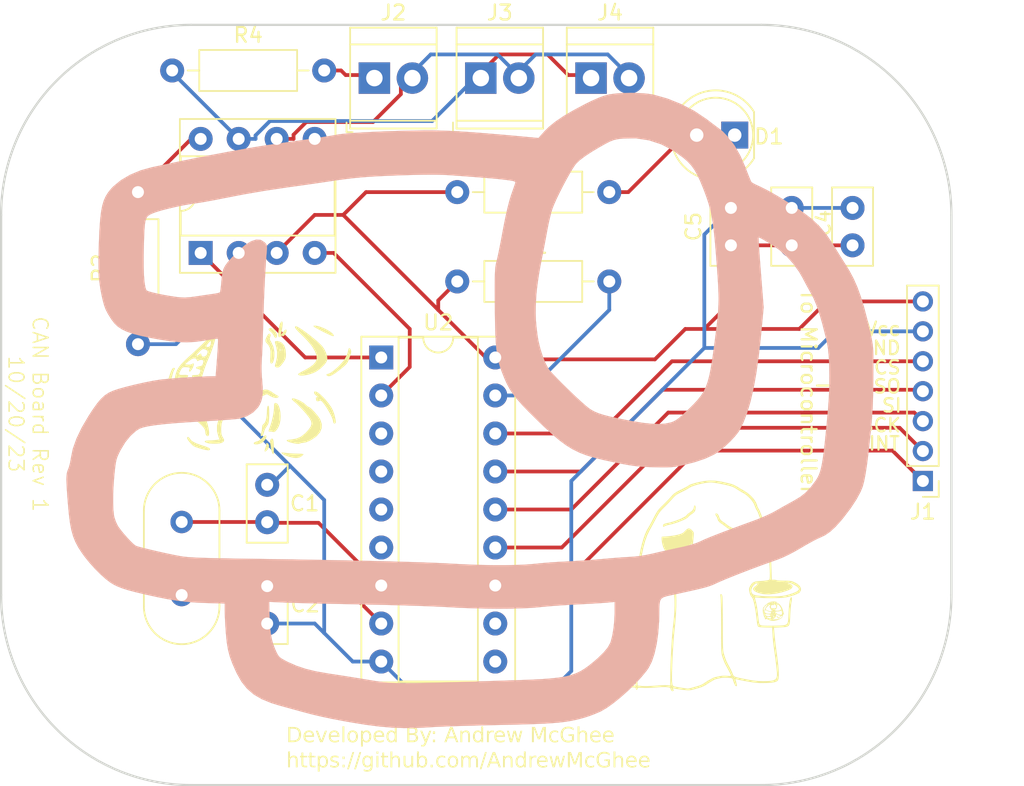
<source format=kicad_pcb>
(kicad_pcb (version 20221018) (generator pcbnew)
  (layers (0 "F.Cu" signal) (31 "B.Cu" signal) (34 "B.Paste" user) (35 "F.Paste" user) (36 "B.SilkS" user "B.Silkscreen") (37 "F.SilkS" user "F.Silkscreen") (38 "B.Mask" user) (39 "F.Mask" user) (44 "Edge.Cuts" user))
  (net 0 "")
  (net 1 "Net-(U2-OSC2)")
  (net 2 "Net-(U2-OSC1)")
  (net 3 "Net-(D1-A)")
  (net 4 "Net-(J1-Pin_5)")
  (net 5 "Net-(J1-Pin_4)")
  (net 6 "Net-(J1-Pin_3)")
  (net 7 "Net-(J1-Pin_2)")
  (net 8 "Net-(J1-Pin_1)")
  (net 9 "Net-(J2-Pin_1)")
  (net 10 "Net-(U2-*RESET)")
  (net 11 "Earth")
  (net 12 "Net-(U1-Rs)")
  (net 13 "Net-(U1-RXD)")
  (net 15 "CANH")
  (net 16 "CANL")
  (net 17 "VCC")
  (net 18 "Net-(U1-TXD)")
  (footprint "Package_DIP:DIP-8_W7.62mm_Socket" (layer "F.Cu") (at 89.535 53.34 90)
    (fp_text reference "U1" (at 3.81 -2.33 90) (layer "F.SilkS"))
    (fp_text value "MCP2551-I-P")
    (pad "1" thru_hole rect (at 0 0 90) (size 1.6 1.6) (drill 0.8) (layers "*.Cu" "*.Mask") (net 18 "Net-(U1-TXD)"))
    (pad "2" thru_hole oval (at 0 2.54 90) (size 1.6 1.6) (drill 0.8) (layers "*.Cu" "*.Mask") (net 11 "Earth"))
    (pad "3" thru_hole oval (at 0 5.08 90) (size 1.6 1.6) (drill 0.8) (layers "*.Cu" "*.Mask") (net 17 "VCC"))
    (pad "4" thru_hole oval (at 0 7.62 90) (size 1.6 1.6) (drill 0.8) (layers "*.Cu" "*.Mask") (net 13 "Net-(U1-RXD)"))
    (pad "5" thru_hole oval (at 7.62 7.62 90) (size 1.6 1.6) (drill 0.8) (layers "*.Cu" "*.Mask"))
    (pad "6" thru_hole oval (at 7.62 5.08 90) (size 1.6 1.6) (drill 0.8) (layers "*.Cu" "*.Mask") (net 16 "CANL"))
    (pad "7" thru_hole oval (at 7.62 2.54 90) (size 1.6 1.6) (drill 0.8) (layers "*.Cu" "*.Mask") (net 15 "CANH"))
    (pad "8" thru_hole oval (at 7.62 0 90) (size 1.6 1.6) (drill 0.8) (layers "*.Cu" "*.Mask") (net 12 "Net-(U1-Rs)"))
  )
  (footprint "Package_DIP:DIP-18_W7.62mm_Socket" (layer "F.Cu") (at 101.6 60.325)
    (fp_text reference "U2" (at 3.81 -2.33) (layer "F.SilkS"))
    (fp_text value "MCP2515-I_P")
    (pad "1" thru_hole rect (at 0 0) (size 1.6 1.6) (drill 0.8) (layers "*.Cu" "*.Mask") (net 18 "Net-(U1-TXD)"))
    (pad "2" thru_hole oval (at 0 2.54) (size 1.6 1.6) (drill 0.8) (layers "*.Cu" "*.Mask") (net 13 "Net-(U1-RXD)"))
    (pad "3" thru_hole oval (at 0 5.08) (size 1.6 1.6) (drill 0.8) (layers "*.Cu" "*.Mask"))
    (pad "4" thru_hole oval (at 0 7.62) (size 1.6 1.6) (drill 0.8) (layers "*.Cu" "*.Mask"))
    (pad "5" thru_hole oval (at 0 10.16) (size 1.6 1.6) (drill 0.8) (layers "*.Cu" "*.Mask"))
    (pad "6" thru_hole oval (at 0 12.7) (size 1.6 1.6) (drill 0.8) (layers "*.Cu" "*.Mask"))
    (pad "7" thru_hole oval (at 0 15.24) (size 1.6 1.6) (drill 0.8) (layers "*.Cu" "*.Mask") (net 1 "Net-(U2-OSC2)"))
    (pad "8" thru_hole oval (at 0 17.78) (size 1.6 1.6) (drill 0.8) (layers "*.Cu" "*.Mask") (net 2 "Net-(U2-OSC1)"))
    (pad "9" thru_hole oval (at 0 20.32) (size 1.6 1.6) (drill 0.8) (layers "*.Cu" "*.Mask") (net 11 "Earth"))
    (pad "10" thru_hole oval (at 7.62 20.32) (size 1.6 1.6) (drill 0.8) (layers "*.Cu" "*.Mask"))
    (pad "11" thru_hole oval (at 7.62 17.78) (size 1.6 1.6) (drill 0.8) (layers "*.Cu" "*.Mask"))
    (pad "12" thru_hole oval (at 7.62 15.24) (size 1.6 1.6) (drill 0.8) (layers "*.Cu" "*.Mask") (net 8 "Net-(J1-Pin_1)"))
    (pad "13" thru_hole oval (at 7.62 12.7) (size 1.6 1.6) (drill 0.8) (layers "*.Cu" "*.Mask") (net 7 "Net-(J1-Pin_2)"))
    (pad "14" thru_hole oval (at 7.62 10.16) (size 1.6 1.6) (drill 0.8) (layers "*.Cu" "*.Mask") (net 6 "Net-(J1-Pin_3)"))
    (pad "15" thru_hole oval (at 7.62 7.62) (size 1.6 1.6) (drill 0.8) (layers "*.Cu" "*.Mask") (net 5 "Net-(J1-Pin_4)"))
    (pad "16" thru_hole oval (at 7.62 5.08) (size 1.6 1.6) (drill 0.8) (layers "*.Cu" "*.Mask") (net 4 "Net-(J1-Pin_5)"))
    (pad "17" thru_hole oval (at 7.62 2.54) (size 1.6 1.6) (drill 0.8) (layers "*.Cu" "*.Mask") (net 10 "Net-(U2-*RESET)"))
    (pad "18" thru_hole oval (at 7.62 0) (size 1.6 1.6) (drill 0.8) (layers "*.Cu" "*.Mask") (net 17 "VCC"))
  )
  (footprint "Crystal:Crystal_HC49-4H_Vertical" (layer "F.Cu") (at 88.265 76.2 90)
    (fp_text reference "Y1" (at 2.44 -3.525) (layer "F.SilkS"))
    (fp_text value "8Mhz")
    (pad "1" thru_hole circle (at 0 0 90) (size 1.5 1.5) (drill 0.8) (layers "*.Cu" "*.Mask") (net 2 "Net-(U2-OSC1)"))
    (pad "2" thru_hole circle (at 4.88 0 90) (size 1.5 1.5) (drill 0.8) (layers "*.Cu" "*.Mask") (net 1 "Net-(U2-OSC2)"))
  )
  (footprint "Capacitor_THT:C_Disc_D5.0mm_W2.5mm_P2.50mm" (layer "F.Cu") (at 93.98 68.834 -90)
    (fp_text reference "C1" (at 1.25 -2.5) (layer "F.SilkS"))
    (fp_text value "22uF")
    (pad "1" thru_hole circle (at 0 0 270) (size 1.6 1.6) (drill 0.8) (layers "*.Cu" "*.Mask") (net 11 "Earth"))
    (pad "2" thru_hole circle (at 2.5 0 270) (size 1.6 1.6) (drill 0.8) (layers "*.Cu" "*.Mask") (net 1 "Net-(U2-OSC2)"))
  )
  (footprint "Capacitor_THT:C_Disc_D5.0mm_W2.5mm_P2.50mm" (layer "F.Cu") (at 93.98 78.105 90)
    (fp_text reference "C2" (at 1.27 2.54 180) (layer "F.SilkS"))
    (fp_text value "22uF")
    (pad "1" thru_hole circle (at 0 0 90) (size 1.6 1.6) (drill 0.8) (layers "*.Cu" "*.Mask") (net 11 "Earth"))
    (pad "2" thru_hole circle (at 2.5 0 90) (size 1.6 1.6) (drill 0.8) (layers "*.Cu" "*.Mask") (net 2 "Net-(U2-OSC1)"))
  )
  (footprint "Resistor_THT:R_Axial_DIN0207_L6.3mm_D2.5mm_P10.16mm_Horizontal" (layer "F.Cu") (at 106.68 55.245)
    (fp_text reference "R1" (at 5.08 -2.37) (layer "F.SilkS"))
    (fp_text value "10k")
    (pad "1" thru_hole circle (at 0 0) (size 1.6 1.6) (drill 0.8) (layers "*.Cu" "*.Mask") (net 17 "VCC"))
    (pad "2" thru_hole oval (at 10.16 0) (size 1.6 1.6) (drill 0.8) (layers "*.Cu" "*.Mask") (net 10 "Net-(U2-*RESET)"))
  )
  (footprint "Resistor_THT:R_Axial_DIN0207_L6.3mm_D2.5mm_P10.16mm_Horizontal" (layer "F.Cu") (at 85.344 49.276 -90)
    (fp_text reference "R2" (at 5.08 2.54 90) (layer "F.SilkS"))
    (fp_text value "10k")
    (pad "1" thru_hole circle (at 0 0 270) (size 1.6 1.6) (drill 0.8) (layers "*.Cu" "*.Mask") (net 12 "Net-(U1-Rs)"))
    (pad "2" thru_hole oval (at 10.16 0 270) (size 1.6 1.6) (drill 0.8) (layers "*.Cu" "*.Mask") (net 11 "Earth"))
  )
  (footprint "Resistor_THT:R_Axial_DIN0207_L6.3mm_D2.5mm_P10.16mm_Horizontal" (layer "F.Cu") (at 116.84 49.276 180)
    (fp_text reference "R3" (at 5.08 -2.37) (layer "F.SilkS"))
    (fp_text value "500")
    (pad "1" thru_hole circle (at 0 0 180) (size 1.6 1.6) (drill 0.8) (layers "*.Cu" "*.Mask") (net 3 "Net-(D1-A)"))
    (pad "2" thru_hole oval (at 10.16 0 180) (size 1.6 1.6) (drill 0.8) (layers "*.Cu" "*.Mask") (net 17 "VCC"))
  )
  (footprint "Connector_PinHeader_2.00mm:PinHeader_1x07_P2.00mm_Vertical" (layer "F.Cu") (at 137.795 68.58 180)
    (fp_text reference "J1" (at 0 -2.06) (layer "F.SilkS"))
    (fp_text value "Conn_01x07_Male")
    (pad "1" thru_hole rect (at 0 0 180) (size 1.35 1.35) (drill 0.8) (layers "*.Cu" "*.Mask") (net 8 "Net-(J1-Pin_1)"))
    (pad "2" thru_hole oval (at 0 2 180) (size 1.35 1.35) (drill 0.8) (layers "*.Cu" "*.Mask") (net 7 "Net-(J1-Pin_2)"))
    (pad "3" thru_hole oval (at 0 4 180) (size 1.35 1.35) (drill 0.8) (layers "*.Cu" "*.Mask") (net 6 "Net-(J1-Pin_3)"))
    (pad "4" thru_hole oval (at 0 6 180) (size 1.35 1.35) (drill 0.8) (layers "*.Cu" "*.Mask") (net 5 "Net-(J1-Pin_4)"))
    (pad "5" thru_hole oval (at 0 8 180) (size 1.35 1.35) (drill 0.8) (layers "*.Cu" "*.Mask") (net 4 "Net-(J1-Pin_5)"))
    (pad "6" thru_hole oval (at 0 10 180) (size 1.35 1.35) (drill 0.8) (layers "*.Cu" "*.Mask") (net 11 "Earth"))
    (pad "7" thru_hole oval (at 0 12 180) (size 1.35 1.35) (drill 0.8) (layers "*.Cu" "*.Mask") (net 17 "VCC"))
  )
  (footprint "LED_THT:LED_D5.0mm" (layer "F.Cu") (at 125.222 45.466 180)
    (fp_text reference "D1" (at -2.286 -0.1016) (layer "F.SilkS"))
    (fp_text value "LED_Small")
    (pad "1" thru_hole rect (at 0 0 180) (size 1.8 1.8) (drill 0.9) (layers "*.Cu" "*.Mask") (net 11 "Earth"))
    (pad "2" thru_hole circle (at 2.54 0 180) (size 1.8 1.8) (drill 0.9) (layers "*.Cu" "*.Mask") (net 3 "Net-(D1-A)"))
  )
  (footprint "MountingHole:MountingHole_3.2mm_M3" (layer "F.Cu") (at 133.096 44.704)
    (fp_text reference "H1" hide)
    (fp_text value "MountingHole")
    (pad "" np_thru_hole circle (at 0 0) (size 3.2 3.2) (drill 3.2) (layers "*.Cu" "*.Mask"))
  )
  (footprint "MountingHole:MountingHole_3.2mm_M3" (layer "F.Cu") (at 133.096 82.296)
    (fp_text reference "H2" hide)
    (fp_text value "MountingHole")
    (pad "" np_thru_hole circle (at 0 0) (size 3.2 3.2) (drill 3.2) (layers "*.Cu" "*.Mask"))
  )
  (footprint "MountingHole:MountingHole_3.2mm_M3" (layer "F.Cu") (at 82.804 44.704)
    (fp_text reference "H3" hide)
    (fp_text value "MountingHole")
    (pad "" np_thru_hole circle (at 0 0) (size 3.2 3.2) (drill 3.2) (layers "*.Cu" "*.Mask"))
  )
  (footprint "MountingHole:MountingHole_3.2mm_M3" (layer "F.Cu") (at 82.804 82.296)
    (fp_text reference "H4" hide)
    (fp_text value "MountingHole")
    (pad "" np_thru_hole circle (at 0 0) (size 3.2 3.2) (drill 3.2) (layers "*.Cu" "*.Mask"))
  )
  (footprint "Capacitor_THT:C_Disc_D5.0mm_W2.5mm_P2.50mm" (layer "F.Cu") (at 129.032 52.832 90)
    (fp_text reference "C3" (at 1.3716 -1.9812 90) (layer "F.SilkS"))
    (fp_text value "10uF")
    (pad "1" thru_hole circle (at 0 0 90) (size 1.6 1.6) (drill 0.8) (layers "*.Cu" "*.Mask") (net 17 "VCC"))
    (pad "2" thru_hole circle (at 2.5 0 90) (size 1.6 1.6) (drill 0.8) (layers "*.Cu" "*.Mask") (net 11 "Earth"))
  )
  (footprint "Capacitor_THT:C_Disc_D5.0mm_W2.5mm_P2.50mm" (layer "F.Cu") (at 133.096 52.832 90)
    (fp_text reference "C4" (at 1.4732 -1.9304 90) (layer "F.SilkS") (effects (font (size 0.9 0.9))))
    (fp_text value "0.1uF")
    (pad "1" thru_hole circle (at 0 0 90) (size 1.6 1.6) (drill 0.8) (layers "*.Cu" "*.Mask") (net 17 "VCC"))
    (pad "2" thru_hole circle (at 2.5 0 90) (size 1.6 1.6) (drill 0.8) (layers "*.Cu" "*.Mask") (net 11 "Earth"))
  )
  (footprint "Capacitor_THT:C_Disc_D5.0mm_W2.5mm_P2.50mm" (layer "F.Cu") (at 124.968 52.832 90)
    (fp_text reference "C5" (at 1.25 -2.5 90) (layer "F.SilkS"))
    (fp_text value ".1uF")
    (pad "1" thru_hole circle (at 0 0 90) (size 1.6 1.6) (drill 0.8) (layers "*.Cu" "*.Mask") (net 17 "VCC"))
    (pad "2" thru_hole circle (at 2.5 0 90) (size 1.6 1.6) (drill 0.8) (layers "*.Cu" "*.Mask") (net 11 "Earth"))
  )
  (footprint "TerminalBlock_TE-Connectivity:TerminalBlock_TE_282834-2_1x02_P2.54mm_Horizontal" (layer "F.Cu") (at 101.1428 41.656)
    (fp_text reference "J2" (at 1.27 -4.37) (layer "F.SilkS"))
    (fp_text value "Screw_Terminal_01x02")
    (pad "1" thru_hole rect (at 0 0) (size 2.1 2.1) (drill 1.1) (layers "*.Cu" "*.Mask") (net 9 "Net-(J2-Pin_1)"))
    (pad "2" thru_hole circle (at 2.54 0) (size 2.1 2.1) (drill 1.1) (layers "*.Cu" "*.Mask") (net 16 "CANL"))
  )
  (footprint "TerminalBlock_TE-Connectivity:TerminalBlock_TE_282834-2_1x02_P2.54mm_Horizontal" (layer "F.Cu") (at 108.2548 41.656)
    (fp_text reference "J3" (at 1.27 -4.37) (layer "F.SilkS"))
    (fp_text value "Screw_Terminal_01x02")
    (pad "1" thru_hole rect (at 0 0) (size 2.1 2.1) (drill 1.1) (layers "*.Cu" "*.Mask") (net 15 "CANH"))
    (pad "2" thru_hole circle (at 2.54 0) (size 2.1 2.1) (drill 1.1) (layers "*.Cu" "*.Mask") (net 16 "CANL"))
  )
  (footprint "TerminalBlock_TE-Connectivity:TerminalBlock_TE_282834-2_1x02_P2.54mm_Horizontal" (layer "F.Cu") (at 115.6208 41.656)
    (fp_text reference "J4" (at 1.27 -4.37) (layer "F.SilkS"))
    (fp_text value "Screw_Terminal_01x02")
    (pad "1" thru_hole rect (at 0 0) (size 2.1 2.1) (drill 1.1) (layers "*.Cu" "*.Mask") (net 15 "CANH"))
    (pad "2" thru_hole circle (at 2.54 0) (size 2.1 2.1) (drill 1.1) (layers "*.Cu" "*.Mask") (net 16 "CANL"))
  )
  (footprint "Resistor_THT:R_Axial_DIN0207_L6.3mm_D2.5mm_P10.16mm_Horizontal" (layer "F.Cu") (at 87.63 41.148)
    (fp_text reference "R4" (at 5.08 -2.37) (layer "F.SilkS"))
    (fp_text value "120")
    (pad "1" thru_hole circle (at 0 0) (size 1.6 1.6) (drill 0.8) (layers "*.Cu" "*.Mask") (net 15 "CANH"))
    (pad "2" thru_hole oval (at 10.16 0) (size 1.6 1.6) (drill 0.8) (layers "*.Cu" "*.Mask") (net 9 "Net-(J2-Pin_1)"))
  )
  (footprint "SolderMasks:Face" (layer "F.Cu") (at 93.3704 61.976 -90)
    (fp_text reference "G***" hide)
    (fp_text value "LOGO" hide)
  )
  (footprint "SolderMasks:GhostSmall" (layer "F.Cu") (at 124.290868 75.135292)
    (fp_text reference "G***" hide)
    (fp_text value "LOGO" hide)
  )
  (footprint "SolderMasks:Amog2" (layer "B.Cu") (at 107.5436 63.9064 90)
    (fp_text reference "G***" hide)
    (fp_text value "LOGO" hide)
  )
  (gr_line (start 88.9 38.1) (end 127 38.1) (stroke (width 0.15)) (layer "Edge.Cuts"))
  (gr_line (start 139.7 50.8) (end 139.7 76.2) (stroke (width 0.15)) (layer "Edge.Cuts"))
  (gr_line (start 127 88.9) (end 88.9 88.9) (stroke (width 0.15)) (layer "Edge.Cuts"))
  (gr_line (start 76.2 76.2) (end 76.2 50.8) (stroke (width 0.15)) (layer "Edge.Cuts"))
  (gr_arc (start 139.7 76.2) (mid 135.980256 85.180256) (end 127 88.9) (stroke (width 0.15)) (layer "Edge.Cuts"))
  (gr_arc (start 76.2 50.8) (mid 79.919744 41.819744) (end 88.9 38.1) (stroke (width 0.15)) (layer "Edge.Cuts"))
  (gr_arc (start 127 38.1) (mid 135.980256 41.819744) (end 139.7 50.8) (stroke (width 0.15)) (layer "Edge.Cuts"))
  (gr_arc (start 88.9 88.9) (mid 79.919744 85.180256) (end 76.2 76.2) (stroke (width 0.15)) (layer "Edge.Cuts"))
  (gr_text "Developed By: Andrew McGhee\nhttps://github.com/AndrewMcGhee" (at 95.25 87.884) (layer "F.SilkS") (effects (font (size 1 1)) (justify left bottom)))
  (gr_text "CAN Board Rev 1\n10/20/23" (at 76.6064 64.1096 270) (layer "F.SilkS") (effects (font (size 1 1) (thickness 0.1)) (justify bottom)))
  (gr_text "Vcc" (at 135.128 58.42) (layer "F.SilkS") (effects (font (size 0.9 0.9))))
  (gr_text "To Microcontroller" (at 130.1496 62.6364 -90) (layer "F.SilkS") (effects (font (size 1 1))))
  (gr_text "*CS" (at 133.7564 61.5188) (layer "F.SilkS") (effects (font (size 0.9 0.9)) (justify left bottom)))
  (gr_text "->" (at 131.7244 62.1284) (layer "F.SilkS") (effects (font (size 1 1))))
  (gr_text "GND" (at 134.9248 59.69) (layer "F.SilkS") (effects (font (size 0.9 0.9))))
  (gr_text "SO" (at 134.4168 62.7888) (layer "F.SilkS") (effects (font (size 0.9 0.9)) (justify left bottom)))
  (gr_text "*INT\n" (at 133.4008 66.5988) (layer "F.SilkS") (effects (font (size 0.9 0.9)) (justify left bottom)))
  (gr_text "SI" (at 134.9756 64.0588) (layer "F.SilkS") (effects (font (size 0.9 0.9)) (justify left bottom)))
  (gr_text "SCK" (at 133.5532 65.3796) (layer "F.SilkS") (effects (font (size 0.9 0.9)) (justify left bottom)))
  (segment (start 101.6 75.565) (end 97.409 71.374) (width 0.25) (layer "F.Cu") (net 1))
  (segment (start 97.409 71.374) (end 94.02 71.374) (width 0.25) (layer "F.Cu") (net 1))
  (segment (start 93.966 71.32) (end 93.98 71.334) (width 0.25) (layer "F.Cu") (net 1))
  (segment (start 88.265 71.32) (end 93.966 71.32) (width 0.25) (layer "F.Cu") (net 1))
  (segment (start 94.02 71.374) (end 93.98 71.334) (width 0.25) (layer "F.Cu") (net 1))
  (segment (start 93.893 75.692) (end 93.98 75.605) (width 0.25) (layer "F.Cu") (net 2))
  (segment (start 99.187 75.692) (end 101.6 78.105) (width 0.25) (layer "F.Cu") (net 2))
  (segment (start 94.067 75.692) (end 99.187 75.692) (width 0.25) (layer "F.Cu") (net 2))
  (segment (start 93.98 75.605) (end 94.067 75.692) (width 0.25) (layer "F.Cu") (net 2))
  (segment (start 88.773 75.692) (end 93.893 75.692) (width 0.25) (layer "F.Cu") (net 2))
  (segment (start 88.265 76.2) (end 88.773 75.692) (width 0.25) (layer "F.Cu") (net 2))
  (segment (start 116.586 49.276) (end 118.11 49.276) (width 0.25) (layer "F.Cu") (net 3))
  (segment (start 121.92 45.466) (end 122.682 45.466) (width 0.25) (layer "F.Cu") (net 3))
  (segment (start 118.11 49.276) (end 121.92 45.466) (width 0.25) (layer "F.Cu") (net 3))
  (segment (start 121.03 60.58) (end 137.415 60.58) (width 0.25) (layer "F.Cu") (net 4))
  (segment (start 116.205 65.405) (end 121.03 60.58) (width 0.25) (layer "F.Cu") (net 4))
  (segment (start 109.22 65.405) (end 116.205 65.405) (width 0.25) (layer "F.Cu") (net 4))
  (segment (start 120.396 62.484) (end 137.699 62.484) (width 0.25) (layer "F.Cu") (net 5))
  (segment (start 137.699 62.484) (end 137.795 62.58) (width 0.25) (layer "F.Cu") (net 5))
  (segment (start 109.22 67.945) (end 114.935 67.945) (width 0.25) (layer "F.Cu") (net 5))
  (segment (start 114.935 67.945) (end 120.396 62.484) (width 0.25) (layer "F.Cu") (net 5))
  (segment (start 109.22 70.485) (end 114.3 70.485) (width 0.25) (layer "F.Cu") (net 6))
  (segment (start 137.223 64.008) (end 137.795 64.58) (width 0.25) (layer "F.Cu") (net 6))
  (segment (start 114.3 70.485) (end 120.777 64.008) (width 0.25) (layer "F.Cu") (net 6))
  (segment (start 120.777 64.008) (end 137.223 64.008) (width 0.25) (layer "F.Cu") (net 6))
  (segment (start 136.239 65.024) (end 137.795 66.58) (width 0.25) (layer "F.Cu") (net 7))
  (segment (start 113.665 73.025) (end 121.666 65.024) (width 0.25) (layer "F.Cu") (net 7))
  (segment (start 121.666 65.024) (end 136.239 65.024) (width 0.25) (layer "F.Cu") (net 7))
  (segment (start 109.22 73.025) (end 113.665 73.025) (width 0.25) (layer "F.Cu") (net 7))
  (segment (start 122.682 66.548) (end 135.763 66.548) (width 0.25) (layer "F.Cu") (net 8))
  (segment (start 113.665 75.565) (end 122.682 66.548) (width 0.25) (layer "F.Cu") (net 8))
  (segment (start 135.763 66.548) (end 137.795 68.58) (width 0.25) (layer "F.Cu") (net 8))
  (segment (start 109.22 75.565) (end 113.665 75.565) (width 0.25) (layer "F.Cu") (net 8))
  (segment (start 97.79 41.148) (end 98.9169 41.148) (width 0.25) (layer "F.Cu") (net 9))
  (segment (start 98.9169 41.148) (end 99.2217 41.4528) (width 0.25) (layer "F.Cu") (net 9))
  (segment (start 100.94 41.4528) (end 101.0415 41.5544) (width 0.25) (layer "F.Cu") (net 9))
  (segment (start 100.94 41.4528) (end 100.99 41.4528) (width 0.25) (layer "F.Cu") (net 9))
  (segment (start 101.1428 41.6557) (end 101.1428 41.656) (width 0.25) (layer "F.Cu") (net 9))
  (segment (start 101.0415 41.5544) (end 101.1428 41.6557) (width 0.25) (layer "F.Cu") (net 9))
  (segment (start 99.2217 41.4528) (end 100.94 41.4528) (width 0.25) (layer "F.Cu") (net 9))
  (segment (start 101.0415 41.5544) (end 101.143 41.656) (width 0.25) (layer "F.Cu") (net 9))
  (segment (start 116.84 55.245) (end 116.84 57.15) (width 0.25) (layer "B.Cu") (net 10))
  (segment (start 111.125 62.865) (end 109.22 62.865) (width 0.25) (layer "B.Cu") (net 10))
  (segment (start 116.84 57.15) (end 111.125 62.865) (width 0.25) (layer "B.Cu") (net 10))
  (segment (start 130.81 59.69) (end 131.92 58.58) (width 0.25) (layer "B.Cu") (net 11))
  (segment (start 131.92 58.58) (end 137.795 58.58) (width 0.25) (layer "B.Cu") (net 11))
  (segment (start 123.19 59.69) (end 114.3 68.58) (width 0.25) (layer "B.Cu") (net 11))
  (segment (start 92.075 53.34) (end 92.075 55.245) (width 0.25) (layer "B.Cu") (net 11))
  (segment (start 123.19 59.69) (end 130.81 59.69) (width 0.25) (layer "B.Cu") (net 11))
  (segment (start 97.79 69.85) (end 97.79 78.74) (width 0.25) (layer "B.Cu") (net 11))
  (segment (start 125.222 45.466) (end 125.222 50.078) (width 0.25) (layer "B.Cu") (net 11))
  (segment (start 93.98 68.58) (end 94.234 68.58) (width 0.25) (layer "B.Cu") (net 11))
  (segment (start 94.234 68.58) (end 93.98 68.834) (width 0.25) (layer "B.Cu") (net 11))
  (segment (start 85.344 59.436) (end 87.884 59.436) (width 0.25) (layer "B.Cu") (net 11))
  (segment (start 92.075 55.245) (end 92.075 64.135) (width 0.25) (layer "B.Cu") (net 11))
  (segment (start 99.695 80.645) (end 97.79 78.74) (width 0.25) (layer "B.Cu") (net 11))
  (segment (start 93.98 78.105) (end 97.155 78.105) (width 0.25) (layer "B.Cu") (net 11))
  (segment (start 97.155 78.105) (end 97.79 78.74) (width 0.25) (layer "B.Cu") (net 11))
  (segment (start 94.234 68.58) (end 94.488 68.58) (width 0.25) (layer "B.Cu") (net 11))
  (segment (start 124.968 50.332) (end 129.032 50.332) (width 0.25) (layer "B.Cu") (net 11))
  (segment (start 123.19 52.11) (end 123.19 59.69) (width 0.25) (layer "B.Cu") (net 11))
  (segment (start 105.41 84.455) (end 101.6 80.645) (width 0.25) (layer "B.Cu") (net 11))
  (segment (start 114.3 81.28) (end 111.125 84.455) (width 0.25) (layer "B.Cu") (net 11))
  (segment (start 94.488 68.58) (end 95.504 67.564) (width 0.25) (layer "B.Cu") (net 11))
  (segment (start 101.6 80.645) (end 99.695 80.645) (width 0.25) (layer "B.Cu") (net 11))
  (segment (start 114.3 68.58) (end 114.3 81.28) (width 0.25) (layer "B.Cu") (net 11))
  (segment (start 129.032 50.332) (end 133.096 50.332) (width 0.25) (layer "B.Cu") (net 11))
  (segment (start 92.075 64.135) (end 95.504 67.564) (width 0.25) (layer "B.Cu") (net 11))
  (segment (start 124.968 50.332) (end 123.19 52.11) (width 0.25) (layer "B.Cu") (net 11))
  (segment (start 87.884 59.436) (end 92.075 55.245) (width 0.25) (layer "B.Cu") (net 11))
  (segment (start 125.222 50.078) (end 124.968 50.332) (width 0.25) (layer "B.Cu") (net 11))
  (segment (start 95.504 67.564) (end 97.79 69.85) (width 0.25) (layer "B.Cu") (net 11))
  (segment (start 111.125 84.455) (end 105.41 84.455) (width 0.25) (layer "B.Cu") (net 11))
  (segment (start 88.9 45.72) (end 85.344 49.276) (width 0.25) (layer "F.Cu") (net 12))
  (segment (start 89.535 45.72) (end 88.9 45.72) (width 0.25) (layer "F.Cu") (net 12))
  (segment (start 98.425 53.34) (end 97.155 53.34) (width 0.25) (layer "F.Cu") (net 13))
  (segment (start 103.505 60.96) (end 103.505 58.42) (width 0.25) (layer "F.Cu") (net 13))
  (segment (start 103.505 58.42) (end 98.425 53.34) (width 0.25) (layer "F.Cu") (net 13))
  (segment (start 101.6 62.865) (end 103.505 60.96) (width 0.25) (layer "F.Cu") (net 13))
  (segment (start 114.092 41.4528) (end 112.715 40.0759) (width 0.25) (layer "F.Cu") (net 15))
  (segment (start 108.2548 41.656) (end 108.2549 41.6559) (width 0.25) (layer "F.Cu") (net 15))
  (segment (start 115.468 41.5032) (end 115.468 41.4528) (width 0.25) (layer "F.Cu") (net 15))
  (segment (start 108.102 41.4528) (end 108.102 41.5032) (width 0.25) (layer "F.Cu") (net 15))
  (segment (start 115.5445 41.5796) (end 115.468 41.5032) (width 0.25) (layer "F.Cu") (net 15))
  (segment (start 109.479 40.0759) (end 108.102 41.4528) (width 0.25) (layer "F.Cu") (net 15))
  (segment (start 115.621 41.656) (end 115.5445 41.5796) (width 0.25) (layer "F.Cu") (net 15))
  (segment (start 112.715 40.0759) (end 109.479 40.0759) (width 0.25) (layer "F.Cu") (net 15))
  (segment (start 108.102 41.5032) (end 108.2549 41.6559) (width 0.25) (layer "F.Cu") (net 15))
  (segment (start 115.5445 41.5796) (end 115.6208 41.6559) (width 0.25) (layer "F.Cu") (net 15))
  (segment (start 115.468 41.4528) (end 114.092 41.4528) (width 0.25) (layer "F.Cu") (net 15))
  (segment (start 115.6208 41.6559) (end 115.6208 41.656) (width 0.25) (layer "F.Cu") (net 15))
  (segment (start 108.2548 41.656) (end 108.2549 41.6559) (width 0.25) (layer "B.Cu") (net 15))
  (segment (start 93.2019 45.4865) (end 93.2019 45.72) (width 0.25) (layer "B.Cu") (net 15))
  (segment (start 108.102 41.4528) (end 108.077 41.4528) (width 0.25) (layer "B.Cu") (net 15))
  (segment (start 108.077 41.4528) (end 105.004 44.5258) (width 0.25) (layer "B.Cu") (net 15))
  (segment (start 87.63 41.275) (end 87.63 41.148) (width 0.25) (layer "B.Cu") (net 15))
  (segment (start 108.052 41.4528) (end 108.2549 41.6559) (width 0.25) (layer "B.Cu") (net 15))
  (segment (start 92.075 45.72) (end 93.2019 45.72) (width 0.25) (layer "B.Cu") (net 15))
  (segment (start 108.077 41.4528) (end 108.052 41.4528) (width 0.25) (layer "B.Cu") (net 15))
  (segment (start 92.075 45.72) (end 87.63 41.275) (width 0.25) (layer "B.Cu") (net 15))
  (segment (start 105.004 44.5258) (end 94.1626 44.5258) (width 0.25) (layer "B.Cu") (net 15))
  (segment (start 94.1626 44.5258) (end 93.2019 45.4865) (width 0.25) (layer "B.Cu") (net 15))
  (segment (start 102.912 42.7316) (end 102.912 42.2036) (width 0.25) (layer "F.Cu") (net 16))
  (segment (start 94.615 45.72) (end 95.7419 45.72) (width 0.25) (layer "F.Cu") (net 16))
  (segment (start 102.912 42.2036) (end 103.53 41.5851) (width 0.25) (layer "F.Cu") (net 16))
  (segment (start 95.7419 45.4382) (end 96.587 44.5931) (width 0.25) (layer "F.Cu") (net 16))
  (segment (start 96.587 44.5931) (end 101.0505 44.5931) (width 0.25) (layer "F.Cu") (net 16))
  (segment (start 103.135 42.2036) (end 103.6829 41.6561) (width 0.25) (layer "F.Cu") (net 16))
  (segment (start 95.7419 45.72) (end 95.7419 45.4382) (width 0.25) (layer "F.Cu") (net 16))
  (segment (start 102.912 42.2036) (end 103.135 42.2036) (width 0.25) (layer "F.Cu") (net 16))
  (segment (start 103.6828 41.656) (end 103.6829 41.6561) (width 0.25) (layer "F.Cu") (net 16))
  (segment (start 101.0505 44.5931) (end 102.912 42.7316) (width 0.25) (layer "F.Cu") (net 16))
  (segment (start 110.795 41.656) (end 110.7185 41.5796) (width 0.25) (layer "B.Cu") (net 16))
  (segment (start 110.7185 41.5796) (end 110.642 41.5032) (width 0.25) (layer "B.Cu") (net 16))
  (segment (start 118.0845 41.5796) (end 118.008 41.5032) (width 0.25) (layer "B.Cu") (net 16))
  (segment (start 103.53 41.5032) (end 103.53 41.4528) (width 0.25) (layer "B.Cu") (net 16))
  (segment (start 110.7948 41.6559) (end 110.7948 41.656) (width 0.25) (layer "B.Cu") (net 16))
  (segment (start 118.008 41.3474) (end 116.737 40.0759) (width 0.25) (layer "B.Cu") (net 16))
  (segment (start 118.1608 41.6559) (end 118.1608 41.656) (width 0.25) (layer "B.Cu") (net 16))
  (segment (start 104.907 40.0759) (end 109.371 40.0759) (width 0.25) (layer "B.Cu") (net 16))
  (segment (start 118.008 41.5032) (end 118.008 41.3474) (width 0.25) (layer "B.Cu") (net 16))
  (segment (start 110.7185 41.5796) (end 110.7948 41.6559) (width 0.25) (layer "B.Cu") (net 16))
  (segment (start 118.161 41.656) (end 118.0845 41.5796) (width 0.25) (layer "B.Cu") (net 16))
  (segment (start 111.914 40.0759) (end 110.642 41.3474) (width 0.25) (layer "B.Cu") (net 16))
  (segment (start 118.0845 41.5796) (end 118.1608 41.6559) (width 0.25) (layer "B.Cu") (net 16))
  (segment (start 103.53 41.4528) (end 104.907 40.0759) (width 0.25) (layer "B.Cu") (net 16))
  (segment (start 109.371 40.0759) (end 110.642 41.3474) (width 0.25) (layer "B.Cu") (net 16))
  (segment (start 116.737 40.0759) (end 111.914 40.0759) (width 0.25) (layer "B.Cu") (net 16))
  (segment (start 103.6829 41.6559) (end 103.53 41.5032) (width 0.25) (layer "B.Cu") (net 16))
  (segment (start 103.6828 41.656) (end 103.6829 41.6559) (width 0.25) (layer "B.Cu") (net 16))
  (segment (start 110.642 41.5032) (end 110.642 41.3474) (width 0.25) (layer "B.Cu") (net 16))
  (segment (start 106.68 49.276) (end 100.584 49.276) (width 0.25) (layer "F.Cu") (net 17))
  (segment (start 99.06 50.8) (end 105.41 57.15) (width 0.25) (layer "F.Cu") (net 17))
  (segment (start 124.968 52.832) (end 124.968 56.642) (width 0.25) (layer "F.Cu") (net 17))
  (segment (start 100.584 49.276) (end 99.06 50.8) (width 0.25) (layer "F.Cu") (net 17))
  (segment (start 108.585 60.325) (end 109.22 60.325) (width 0.25) (layer "F.Cu") (net 17))
  (segment (start 105.41 56.515) (end 105.41 57.15) (width 0.25) (layer "F.Cu") (net 17))
  (segment (start 123.19 58.42) (end 121.92 58.42) (width 0.25) (layer "F.Cu") (net 17))
  (segment (start 129.032 52.832) (end 124.968 52.832) (width 0.25) (layer "F.Cu") (net 17))
  (segment (start 109.347 60.452) (end 109.22 60.325) (width 0.25) (layer "F.Cu") (net 17))
  (segment (start 133.096 52.832) (end 129.032 52.832) (width 0.25) (layer "F.Cu") (net 17))
  (segment (start 94.615 53.34) (end 97.155 50.8) (width 0.25) (layer "F.Cu") (net 17))
  (segment (start 105.41 57.15) (end 108.585 60.325) (width 0.25) (layer "F.Cu") (net 17))
  (segment (start 119.888 60.452) (end 109.347 60.452) (width 0.25) (layer "F.Cu") (net 17))
  (segment (start 129.54 58.42) (end 131.38 56.58) (width 0.25) (layer "F.Cu") (net 17))
  (segment (start 97.155 50.8) (end 99.06 50.8) (width 0.25) (layer "F.Cu") (net 17))
  (segment (start 124.968 56.642) (end 123.19 58.42) (width 0.25) (layer "F.Cu") (net 17))
  (segment (start 121.92 58.42) (end 119.888 60.452) (width 0.25) (layer "F.Cu") (net 17))
  (segment (start 131.38 56.58) (end 137.795 56.58) (width 0.25) (layer "F.Cu") (net 17))
  (segment (start 123.19 58.42) (end 129.54 58.42) (width 0.25) (layer "F.Cu") (net 17))
  (segment (start 106.68 55.245) (end 105.41 56.515) (width 0.25) (layer "F.Cu") (net 17))
  (segment (start 89.535 53.34) (end 96.52 60.325) (width 0.25) (layer "F.Cu") (net 18))
  (segment (start 96.52 60.325) (end 101.6 60.325) (width 0.25) (layer "F.Cu") (net 18))
)
</source>
